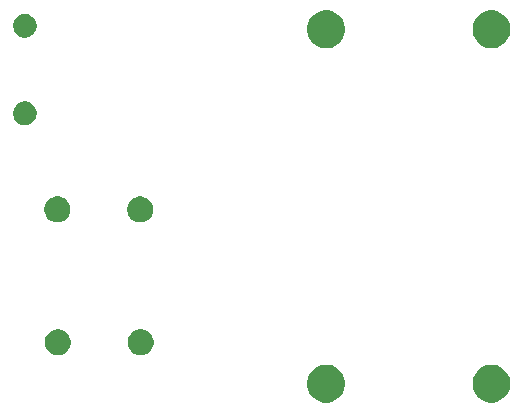
<source format=gbs>
G04 #@! TF.GenerationSoftware,KiCad,Pcbnew,5.1.5*
G04 #@! TF.CreationDate,2020-02-06T17:50:48+09:00*
G04 #@! TF.ProjectId,MIDI-Guy,4d494449-2d47-4757-992e-6b696361645f,rev?*
G04 #@! TF.SameCoordinates,Original*
G04 #@! TF.FileFunction,Soldermask,Bot*
G04 #@! TF.FilePolarity,Negative*
%FSLAX46Y46*%
G04 Gerber Fmt 4.6, Leading zero omitted, Abs format (unit mm)*
G04 Created by KiCad (PCBNEW 5.1.5) date 2020-02-06 17:50:48*
%MOMM*%
%LPD*%
G04 APERTURE LIST*
%ADD10C,0.100000*%
G04 APERTURE END LIST*
D10*
G36*
X83966733Y-70961391D02*
G01*
X84257931Y-71082010D01*
X84520004Y-71257121D01*
X84742879Y-71479996D01*
X84917990Y-71742069D01*
X85038609Y-72033268D01*
X85100100Y-72342404D01*
X85100100Y-72657596D01*
X85038609Y-72966732D01*
X84917990Y-73257931D01*
X84742879Y-73520004D01*
X84520004Y-73742879D01*
X84257931Y-73917990D01*
X83966733Y-74038609D01*
X83657596Y-74100100D01*
X83342404Y-74100100D01*
X83033267Y-74038609D01*
X82742069Y-73917990D01*
X82479996Y-73742879D01*
X82257121Y-73520004D01*
X82082010Y-73257931D01*
X81961391Y-72966732D01*
X81899900Y-72657596D01*
X81899900Y-72342404D01*
X81961391Y-72033268D01*
X82082010Y-71742069D01*
X82257121Y-71479996D01*
X82479996Y-71257121D01*
X82742069Y-71082010D01*
X83033267Y-70961391D01*
X83342404Y-70899900D01*
X83657596Y-70899900D01*
X83966733Y-70961391D01*
G37*
G36*
X97966733Y-70961391D02*
G01*
X98257931Y-71082010D01*
X98520004Y-71257121D01*
X98742879Y-71479996D01*
X98917990Y-71742069D01*
X99038609Y-72033268D01*
X99100100Y-72342404D01*
X99100100Y-72657596D01*
X99038609Y-72966732D01*
X98917990Y-73257931D01*
X98742879Y-73520004D01*
X98520004Y-73742879D01*
X98257931Y-73917990D01*
X97966733Y-74038609D01*
X97657596Y-74100100D01*
X97342404Y-74100100D01*
X97033267Y-74038609D01*
X96742069Y-73917990D01*
X96479996Y-73742879D01*
X96257121Y-73520004D01*
X96082010Y-73257931D01*
X95961391Y-72966732D01*
X95899900Y-72657596D01*
X95899900Y-72342404D01*
X95961391Y-72033268D01*
X96082010Y-71742069D01*
X96257121Y-71479996D01*
X96479996Y-71257121D01*
X96742069Y-71082010D01*
X97033267Y-70961391D01*
X97342404Y-70899900D01*
X97657596Y-70899900D01*
X97966733Y-70961391D01*
G37*
G36*
X68120889Y-67942176D02*
G01*
X68254358Y-67997461D01*
X68321093Y-68025104D01*
X68501273Y-68145496D01*
X68654504Y-68298727D01*
X68774896Y-68478907D01*
X68774896Y-68478908D01*
X68857824Y-68679111D01*
X68900100Y-68891650D01*
X68900100Y-69108350D01*
X68857824Y-69320889D01*
X68802539Y-69454358D01*
X68774896Y-69521093D01*
X68654504Y-69701273D01*
X68501273Y-69854504D01*
X68321093Y-69974896D01*
X68254358Y-70002539D01*
X68120889Y-70057824D01*
X67908350Y-70100100D01*
X67691650Y-70100100D01*
X67479111Y-70057824D01*
X67345642Y-70002539D01*
X67278907Y-69974896D01*
X67098727Y-69854504D01*
X66945496Y-69701273D01*
X66825104Y-69521093D01*
X66797461Y-69454358D01*
X66742176Y-69320889D01*
X66699900Y-69108350D01*
X66699900Y-68891650D01*
X66742176Y-68679111D01*
X66825104Y-68478908D01*
X66825104Y-68478907D01*
X66945496Y-68298727D01*
X67098727Y-68145496D01*
X67278907Y-68025104D01*
X67345642Y-67997461D01*
X67479111Y-67942176D01*
X67691650Y-67899900D01*
X67908350Y-67899900D01*
X68120889Y-67942176D01*
G37*
G36*
X61120889Y-67942176D02*
G01*
X61254358Y-67997461D01*
X61321093Y-68025104D01*
X61501273Y-68145496D01*
X61654504Y-68298727D01*
X61774896Y-68478907D01*
X61774896Y-68478908D01*
X61857824Y-68679111D01*
X61900100Y-68891650D01*
X61900100Y-69108350D01*
X61857824Y-69320889D01*
X61802539Y-69454358D01*
X61774896Y-69521093D01*
X61654504Y-69701273D01*
X61501273Y-69854504D01*
X61321093Y-69974896D01*
X61254358Y-70002539D01*
X61120889Y-70057824D01*
X60908350Y-70100100D01*
X60691650Y-70100100D01*
X60479111Y-70057824D01*
X60345642Y-70002539D01*
X60278907Y-69974896D01*
X60098727Y-69854504D01*
X59945496Y-69701273D01*
X59825104Y-69521093D01*
X59797461Y-69454358D01*
X59742176Y-69320889D01*
X59699900Y-69108350D01*
X59699900Y-68891650D01*
X59742176Y-68679111D01*
X59825104Y-68478908D01*
X59825104Y-68478907D01*
X59945496Y-68298727D01*
X60098727Y-68145496D01*
X60278907Y-68025104D01*
X60345642Y-67997461D01*
X60479111Y-67942176D01*
X60691650Y-67899900D01*
X60908350Y-67899900D01*
X61120889Y-67942176D01*
G37*
G36*
X61070889Y-56692176D02*
G01*
X61204358Y-56747461D01*
X61271093Y-56775104D01*
X61451273Y-56895496D01*
X61604504Y-57048727D01*
X61724896Y-57228907D01*
X61724896Y-57228908D01*
X61807824Y-57429111D01*
X61850100Y-57641650D01*
X61850100Y-57858350D01*
X61807824Y-58070889D01*
X61752539Y-58204358D01*
X61724896Y-58271093D01*
X61604504Y-58451273D01*
X61451273Y-58604504D01*
X61271093Y-58724896D01*
X61204358Y-58752539D01*
X61070889Y-58807824D01*
X60858350Y-58850100D01*
X60641650Y-58850100D01*
X60429111Y-58807824D01*
X60295642Y-58752539D01*
X60228907Y-58724896D01*
X60048727Y-58604504D01*
X59895496Y-58451273D01*
X59775104Y-58271093D01*
X59747461Y-58204358D01*
X59692176Y-58070889D01*
X59649900Y-57858350D01*
X59649900Y-57641650D01*
X59692176Y-57429111D01*
X59775104Y-57228908D01*
X59775104Y-57228907D01*
X59895496Y-57048727D01*
X60048727Y-56895496D01*
X60228907Y-56775104D01*
X60295642Y-56747461D01*
X60429111Y-56692176D01*
X60641650Y-56649900D01*
X60858350Y-56649900D01*
X61070889Y-56692176D01*
G37*
G36*
X68070889Y-56692176D02*
G01*
X68204358Y-56747461D01*
X68271093Y-56775104D01*
X68451273Y-56895496D01*
X68604504Y-57048727D01*
X68724896Y-57228907D01*
X68724896Y-57228908D01*
X68807824Y-57429111D01*
X68850100Y-57641650D01*
X68850100Y-57858350D01*
X68807824Y-58070889D01*
X68752539Y-58204358D01*
X68724896Y-58271093D01*
X68604504Y-58451273D01*
X68451273Y-58604504D01*
X68271093Y-58724896D01*
X68204358Y-58752539D01*
X68070889Y-58807824D01*
X67858350Y-58850100D01*
X67641650Y-58850100D01*
X67429111Y-58807824D01*
X67295642Y-58752539D01*
X67228907Y-58724896D01*
X67048727Y-58604504D01*
X66895496Y-58451273D01*
X66775104Y-58271093D01*
X66747461Y-58204358D01*
X66692176Y-58070889D01*
X66649900Y-57858350D01*
X66649900Y-57641650D01*
X66692176Y-57429111D01*
X66775104Y-57228908D01*
X66775104Y-57228907D01*
X66895496Y-57048727D01*
X67048727Y-56895496D01*
X67228907Y-56775104D01*
X67295642Y-56747461D01*
X67429111Y-56692176D01*
X67641650Y-56649900D01*
X67858350Y-56649900D01*
X68070889Y-56692176D01*
G37*
G36*
X58291720Y-48638333D02*
G01*
X58413056Y-48688593D01*
X58473725Y-48713723D01*
X58637527Y-48823172D01*
X58776828Y-48962473D01*
X58886277Y-49126275D01*
X58886277Y-49126276D01*
X58961667Y-49308280D01*
X59000100Y-49501499D01*
X59000100Y-49698501D01*
X58961667Y-49891720D01*
X58911407Y-50013056D01*
X58886277Y-50073725D01*
X58776828Y-50237527D01*
X58637527Y-50376828D01*
X58473725Y-50486277D01*
X58413056Y-50511407D01*
X58291720Y-50561667D01*
X58098501Y-50600100D01*
X57901499Y-50600100D01*
X57708280Y-50561667D01*
X57586944Y-50511407D01*
X57526275Y-50486277D01*
X57362473Y-50376828D01*
X57223172Y-50237527D01*
X57113723Y-50073725D01*
X57088593Y-50013056D01*
X57038333Y-49891720D01*
X56999900Y-49698501D01*
X56999900Y-49501499D01*
X57038333Y-49308280D01*
X57113723Y-49126276D01*
X57113723Y-49126275D01*
X57223172Y-48962473D01*
X57362473Y-48823172D01*
X57526275Y-48713723D01*
X57586944Y-48688593D01*
X57708280Y-48638333D01*
X57901499Y-48599900D01*
X58098501Y-48599900D01*
X58291720Y-48638333D01*
G37*
G36*
X97966733Y-40961391D02*
G01*
X98257931Y-41082010D01*
X98520004Y-41257121D01*
X98742879Y-41479996D01*
X98907437Y-41726275D01*
X98917990Y-41742069D01*
X99038609Y-42033267D01*
X99100100Y-42342404D01*
X99100100Y-42657596D01*
X99038609Y-42966733D01*
X98917990Y-43257931D01*
X98742879Y-43520004D01*
X98520004Y-43742879D01*
X98257931Y-43917990D01*
X97966733Y-44038609D01*
X97657596Y-44100100D01*
X97342404Y-44100100D01*
X97033267Y-44038609D01*
X96742069Y-43917990D01*
X96479996Y-43742879D01*
X96257121Y-43520004D01*
X96082010Y-43257931D01*
X95961391Y-42966733D01*
X95899900Y-42657596D01*
X95899900Y-42342404D01*
X95961391Y-42033267D01*
X96082010Y-41742069D01*
X96092563Y-41726275D01*
X96257121Y-41479996D01*
X96479996Y-41257121D01*
X96742069Y-41082010D01*
X97033267Y-40961391D01*
X97342404Y-40899900D01*
X97657596Y-40899900D01*
X97966733Y-40961391D01*
G37*
G36*
X83966733Y-40961391D02*
G01*
X84257931Y-41082010D01*
X84520004Y-41257121D01*
X84742879Y-41479996D01*
X84907437Y-41726275D01*
X84917990Y-41742069D01*
X85038609Y-42033267D01*
X85100100Y-42342404D01*
X85100100Y-42657596D01*
X85038609Y-42966733D01*
X84917990Y-43257931D01*
X84742879Y-43520004D01*
X84520004Y-43742879D01*
X84257931Y-43917990D01*
X83966733Y-44038609D01*
X83657596Y-44100100D01*
X83342404Y-44100100D01*
X83033267Y-44038609D01*
X82742069Y-43917990D01*
X82479996Y-43742879D01*
X82257121Y-43520004D01*
X82082010Y-43257931D01*
X81961391Y-42966733D01*
X81899900Y-42657596D01*
X81899900Y-42342404D01*
X81961391Y-42033267D01*
X82082010Y-41742069D01*
X82092563Y-41726275D01*
X82257121Y-41479996D01*
X82479996Y-41257121D01*
X82742069Y-41082010D01*
X83033267Y-40961391D01*
X83342404Y-40899900D01*
X83657596Y-40899900D01*
X83966733Y-40961391D01*
G37*
G36*
X58291720Y-41238333D02*
G01*
X58413056Y-41288593D01*
X58473725Y-41313723D01*
X58637527Y-41423172D01*
X58776828Y-41562473D01*
X58886277Y-41726275D01*
X58886277Y-41726276D01*
X58961667Y-41908280D01*
X59000100Y-42101499D01*
X59000100Y-42298501D01*
X58961667Y-42491720D01*
X58911407Y-42613056D01*
X58886277Y-42673725D01*
X58776828Y-42837527D01*
X58637527Y-42976828D01*
X58473725Y-43086277D01*
X58413056Y-43111407D01*
X58291720Y-43161667D01*
X58098501Y-43200100D01*
X57901499Y-43200100D01*
X57708280Y-43161667D01*
X57586944Y-43111407D01*
X57526275Y-43086277D01*
X57362473Y-42976828D01*
X57223172Y-42837527D01*
X57113723Y-42673725D01*
X57088593Y-42613056D01*
X57038333Y-42491720D01*
X56999900Y-42298501D01*
X56999900Y-42101499D01*
X57038333Y-41908280D01*
X57113723Y-41726276D01*
X57113723Y-41726275D01*
X57223172Y-41562473D01*
X57362473Y-41423172D01*
X57526275Y-41313723D01*
X57586944Y-41288593D01*
X57708280Y-41238333D01*
X57901499Y-41199900D01*
X58098501Y-41199900D01*
X58291720Y-41238333D01*
G37*
M02*

</source>
